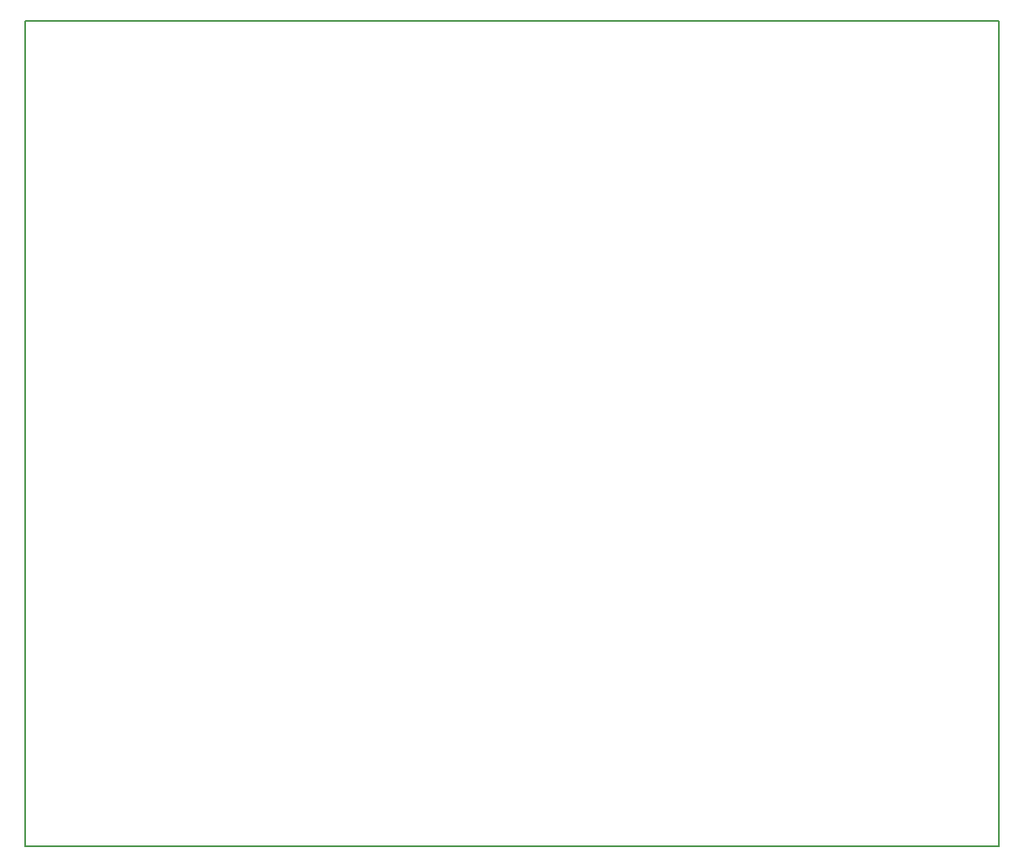
<source format=gbr>
G04 DipTrace 4.3.0.2*
G04 BoardOutline.gbr*
%MOIN*%
G04 #@! TF.FileFunction,Profile*
G04 #@! TF.Part,Single*
%ADD12C,0.005512*%
%FSLAX26Y26*%
G04*
G70*
G90*
G75*
G01*
G04 BoardOutline*
%LPD*%
X393701Y3681102D2*
D12*
X4268701D1*
Y393701D1*
X393701D1*
Y3681102D1*
M02*

</source>
